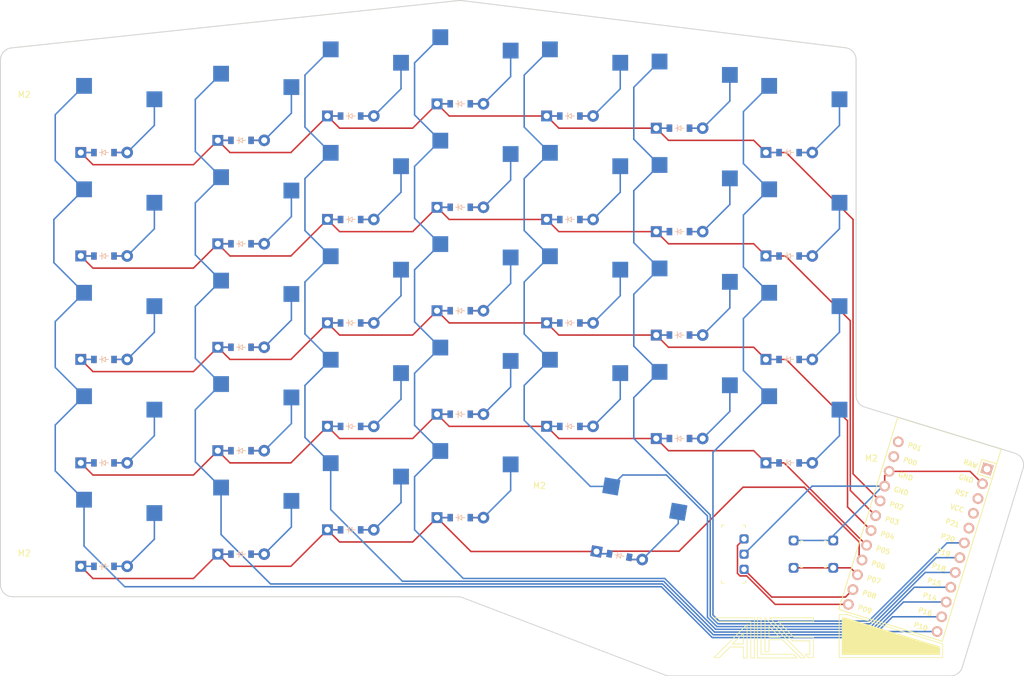
<source format=kicad_pcb>
(kicad_pcb (version 20241229) (generator "pcbnew") (generator_version "9.0")
  (title_block (title "atlasleft") (rev "v1.0.0") (company "Unknown"))
  (layers (0 "F.Cu" signal) (2 "B.Cu" signal) (13 "F.Paste" user) (15 "B.Paste" user) (5 "F.SilkS" user "F.Silkscreen") (7 "B.SilkS" user "B.Silkscreen") (1 "F.Mask" user) (3 "B.Mask" user) (25 "Edge.Cuts" user))
  (net 0 "")
  (net 1 "P10")
  (net 2 "outer_mod")
  (net 3 "outer_bottom")
  (net 4 "outer_home")
  (net 5 "outer_top")
  (net 6 "outer_numbers")
  (net 7 "P16")
  (net 8 "pinky_mod")
  (net 9 "pinky_bottom")
  (net 10 "pinky_home")
  (net 11 "pinky_top")
  (net 12 "pinky_numbers")
  (net 13 "P14")
  (net 14 "ring_mod")
  (net 15 "ring_bottom")
  (net 16 "ring_home")
  (net 17 "ring_top")
  (net 18 "ring_numbers")
  (net 19 "P15")
  (net 20 "middle_mod")
  (net 21 "middle_bottom")
  (net 22 "middle_home")
  (net 23 "middle_top")
  (net 24 "middle_numbers")
  (net 25 "P18")
  (net 26 "index_bottom")
  (net 27 "index_home")
  (net 28 "index_top")
  (net 29 "index_numbers")
  (net 30 "P19")
  (net 31 "inner_bottom")
  (net 32 "inner_home")
  (net 33 "inner_top")
  (net 34 "inner_numbers")
  (net 35 "P20")
  (net 36 "inner2_bottom")
  (net 37 "inner2_home")
  (net 38 "inner2_top")
  (net 39 "inner2_numbers")
  (net 40 "default_default")
  (net 41 "P6")
  (net 42 "P5")
  (net 43 "P4")
  (net 44 "P3")
  (net 45 "P2")
  (net 46 "RAW")
  (net 47 "GND")
  (net 48 "RST")
  (net 49 "VCC")
  (net 50 "P21")
  (net 51 "P1")
  (net 52 "P0")
  (net 53 "P7")
  (net 54 "P8")
  (net 55 "P9")
  (footprint "MountingHole:MountingHole_2.2mm_M2" (layer "F.Cu") (at 146.5 138.3)
    (property "Reference" "M2")
    (property "Value" "MountingHole_2.2mm_M2" (hide yes))
  )
  (footprint "PG1350" (layer "F.Cu") (at 187.5 116)
    (property "Reference" "S30" (hide yes))
    (property "Value" "" (hide yes))
  )
  (footprint "PG1350" (layer "F.Cu") (at 115.5 127)
    (property "Reference" "S12" (hide yes))
    (property "Value" "" (hide yes))
  )
  (footprint "MountingHole:MountingHole_2.2mm_M2" (layer "F.Cu") (at 61.9 156)
    (property "Reference" "M2")
    (property "Value" "MountingHole_2.2mm_M2" (hide yes))
  )
  (footprint "ComboDiode" (layer "F.Cu") (at 133.5 147)
    (property "Reference" "D16" (hide yes))
    (property "Value" "" (hide yes))
  )
  (footprint "THQWGD001:THQWGD001C [4pin] #1" (layer "F.Cu") (at 185 153)
    (property "Reference" "REF**" (hide yes))
    (property "Value" "THQWGD001 with Click #1" (hide yes))
  )
  (footprint "ComboDiode" (layer "F.Cu") (at 115.5 132)
    (property "Reference" "D12" (hide yes))
    (property "Value" "" (hide yes))
  )
  (footprint "PG1350" (layer "F.Cu") (at 151.5 93)
    (property "Reference" "S23" (hide yes))
    (property "Value" "" (hide yes))
  )
  (footprint "PG1350" (layer "F.Cu") (at 115.5 144)
    (property "Reference" "S11" (hide yes))
    (property "Value" "" (hide yes))
  )
  (footprint "ComboDiode" (layer "F.Cu") (at 169.5 83)
    (property "Reference" "D28" (hide yes))
    (property "Value" "" (hide yes))
  )
  (footprint "PG1350" (layer "F.Cu") (at 115.5 110)
    (property "Reference" "S13" (hide yes))
    (property "Value" "" (hide yes))
  )
  (footprint "ComboDiode" (layer "F.Cu") (at 187.5 121)
    (property "Reference" "D30" (hide yes))
    (property "Value" "" (hide yes))
  )
  (footprint "PG1350" (layer "F.Cu") (at 97.5 80)
    (property "Reference" "S10" (hide yes))
    (property "Value" "" (hide yes))
  )
  (footprint "MountingHole:MountingHole_2.2mm_M2" (layer "F.Cu") (at 61.9 74)
    (property "Reference" "M2")
    (property "Value" "MountingHole_2.2mm_M2" (hide yes))
  )
  (footprint "ComboDiode" (layer "F.Cu") (at 133.5 113)
    (property "Reference" "D18" (hide yes))
    (property "Value" "" (hide yes))
  )
  (footprint "PG1350" (layer "F.Cu") (at 75 150)
    (property "Reference" "S1" (hide yes))
    (property "Value" "" (hide yes))
  )
  (footprint "PG1350" (layer "F.Cu") (at 75 133)
    (property "Reference" "S2" (hide yes))
    (property "Value" "" (hide yes))
  )
  (footprint "ComboDiode" (layer "F.Cu") (at 97.5 136)
    (property "Reference" "D7" (hide yes))
    (property "Value" "" (hide yes))
  )
  (footprint "PG1350" (layer "F.Cu") (at 75 82)
    (property "Reference" "S5" (hide yes))
    (property "Value" "" (hide yes))
  )
  (footprint "ComboDiode" (layer "F.Cu") (at 75 87)
    (property "Reference" "D5" (hide yes))
    (property "Value" "" (hide yes))
  )
  (footprint "ComboDiode" (layer "F.Cu") (at 97.5 85)
    (property "Reference" "D10" (hide yes))
    (property "Value" "" (hide yes))
  )
  (footprint "ProMicro" (layer "F.Cu") (at 208.618815 150.130572 -107.05)
    (property "Reference" "MCU1" (hide yes))
    (property "Value" "" (hide yes))
  )
  (footprint "ComboDiode" (layer "F.Cu") (at 115.5 98)
    (property "Reference" "D14" (hide yes))
    (property "Value" "" (hide yes))
  )
  (footprint "ComboDiode" (layer "F.Cu") (at 75 104)
    (property "Reference" "D4" (hide yes))
    (property "Value" "" (hide yes))
  )
  (footprint "ComboDiode" (layer "F.Cu") (at 187.5 87)
    (property "Reference" "D32" (hide yes))
    (property "Value" "" (hide yes))
  )
  (footprint "ComboDiode" (layer "F.Cu") (at 169.5 134)
    (property "Reference" "D25" (hide yes))
    (property "Value" "" (hide yes))
  )
  (footprint "PG1350" (layer "F.Cu") (at 115.5 76)
    (property "Reference" "S15" (hide yes))
    (property "Value" "" (hide yes))
  )
  (footprint "PG1350" (layer "F.Cu") (at 97.5 97)
    (property "Reference" "S9" (hide yes))
    (property "Value" "" (hide yes))
  )
  (footprint "ComboDiode" (layer "F.Cu") (at 151.5 132)
    (property "Reference" "D21" (hide yes))
    (property "Value" "" (hide yes))
  )
  (footprint "PG1350" (layer "F.Cu") (at 75 99)
    (property "Reference" "S4" (hide yes))
    (property "Value" "" (hide yes))
  )
  (footprint "ComboDiode" (layer "F.Cu") (at 115.5 149)
    (property "Reference" "D11" (hide yes))
    (property "Value" "" (hide yes))
  )
  (footprint "PG1350" (layer "F.Cu") (at 115.5 93)
    (property "Reference" "S14" (hide yes))
    (property "Value" "" (hide yes))
  )
  (footprint "ComboDiode" (layer "F.Cu") (at 75 138)
    (property "Reference" "D2" (hide yes))
    (property "Value" "" (hide yes))
  )
  (footprint "ComboDiode" (layer "F.Cu") (at 97.5 102)
    (property "Reference" "D9" (hide yes))
    (property "Value" "" (hide yes))
  )
  (footprint "PG1350" (layer "F.Cu") (at 187.5 99)
    (property "Reference" "S31" (hide yes))
    (property "Value" "" (hide yes))
  )
  (footprint "ComboDiode" (layer "F.Cu") (at 187.5 104)
    (property "Reference" "D31" (hide yes))
    (property "Value" "" (hide yes))
  )
  (footprint "PG1350" (layer "F.Cu") (at 75 116)
    (property "Reference" "S3" (hide yes))
    (property "Value" "" (hide yes))
  )
  (footprint "PG1350" (layer "F.Cu") (at 187.5 133)
    (property "Reference" "S29" (hide yes))
    (property "Value" "" (hide yes))
  )
  (footprint "ComboDiode" (layer "F.Cu") (at 133.5 79)
    (property "Reference" "D20" (hide yes))
    (property "Value" "" (hide yes))
  )
  (footprint "ComboDiode" (layer "F.Cu") (at 151.5 115)
    (property "Reference" "D22" (hide yes))
    (property "Value" "" (hide yes))
  )
  (footprint "PG1350" (layer "F.Cu") (at 169.5 95)
    (property "Reference" "S27" (hide yes))
    (property "Value" "" (hide yes))
  )
  (footprint "PG1350" (layer "F.Cu") (at 169.5 78)
    (property "Reference" "S28" (hide yes))
    (property "Value" "" (hide yes))
  )
  (footprint "ComboDiode" (layer "F.Cu") (at 115.5 115)
    (property "Reference" "D13" (hide yes))
    (property "Value" "" (hide yes))
  )
  (footprint "ComboDiode" (layer "F.Cu") (at 97.5 119)
    (property "Reference" "D8" (hide yes))
    (property "Value" "" (hide yes))
  )
  (footprint "PG1350" (layer "F.Cu") (at 133.5 74)
    (property "Reference" "S20" (hide yes))
    (property "Value" "" (hide yes))
  )
  (footprint "PG1350" (layer "F.Cu") (at 187.5 82)
    (property "Reference" "S32" (hide yes))
    (property "Value" "" (hide yes))
  )
  (footprint "PG1350" (layer "F.Cu") (at 97.5 148)
    (property "Reference" "S6" (hide yes))
    (property "Value" "" (hide yes))
  )
  (footprint "ComboDiode" (layer "F.Cu") (at 133.5 96)
    (property "Reference" "D19" (hide yes))
    (property "Value" "" (hide yes))
  )
  (footprint "PG1350" (layer "F.Cu") (at 97.5 114)
    (property "Reference" "S8" (hide yes))
    (property "Value" "" (hide yes))
  )
  (footprint "PG1350" (layer "F.Cu") (at 133.5 142)
    (property "Reference" "S16" (hide yes))
    (property "Value" "" (hide yes))
  )
  (footprint "ComboDiode" (layer "F.Cu") (at 169.5 100)
    (property "Reference" "D27" (hide yes))
    (property "Value" "" (hide yes))
  )
  (footprint "ComboDiode" (layer "F.Cu") (at 133.5 130)
    (property "Reference" "D17" (hide yes))
    (property "Value" "" (hide yes))
  )
  (footprint "ComboDiode" (layer "F.Cu") (at 97.5 153)
    (property "Reference" "D6" (hide yes))
    (property "Value" "" (hide yes))
  )
  (footprint "PG1350" (layer "F.Cu") (at 151.5 76)
    (property "Reference" "S24" (hide yes))
    (property "Value" "" (hide yes))
  )
  (footprint "PG1350" (layer "F.Cu") (at 133.5 125)
    (property "Reference" "S17" (hide yes))
    (property "Value" "" (hide yes))
  )
  (footprint "PG1350" (layer "F.Cu") (at 169.5 129)
    (property "Reference" "S25" (hide yes))
    (property "Value" "" (hide yes))
  )
  (footprint "PG1350" (layer "F.Cu") (at 97.5 131)
    (property "Reference" "S7" (hide yes))
    (property "Value" "" (hide yes))
  )
  (footprint "ComboDiode" (layer "F.Cu") (at 151.5 98)
    (property "Reference" "D23" (hide yes))
    (property "Value" "" (hide yes))
  )
  (footprint "ComboDiode" (layer "F.Cu") (at 151.5 81)
    (property "Reference" "D24" (hide yes))
    (property "Value" "" (hide yes))
  )
  (footprint "PG1350" (layer "F.Cu") (at 151.5 127)
    (property "Reference" "S21" (hide yes))
    (property "Value" "" (hide yes))
  )
  (footprint "PG1350" (layer "F.Cu") (at 133.5 108)
    (property "Reference" "S18" (hide yes))
    (property "Value" "" (hide yes))
  )
  (footprint "ComboDiode" (layer "F.Cu") (at 187.5 138)
    (property "Reference" "D29" (hide yes))
    (property "Value" "" (hide yes))
  )
  (footprint "PG1350" (layer "F.Cu") (at 133.5 91)
    (property "Reference" "S19" (hide yes))
    (property "Value" "" (hide yes))
  )
  (footprint "PG1350" (layer "F.Cu") (at 151.5 110)
    (property "Reference" "S22" (hide yes))
    (property "Value" "" (hide yes))
  )
  (footprint "ComboDiode" (layer "F.Cu") (at 115.5 81)
    (property "Reference" "D15" (hide yes))
    (property "Value" "" (hide yes))
  )
  (footprint "PG1350" (layer "F.Cu") (at 160.5 148.3 -10)
    (property "Reference" "S33" (hide yes))
    (property "Value" "" (hide yes))
  )
  (footprint "ComboDiode" (layer "F.Cu") (at 75 155)
    (property "Reference" "D1" (hide yes))
    (property "Value" "" (hide yes))
  )
  (footprint "MountingHole:MountingHole_2.2mm_M2" (layer "F.Cu") (at 201 133.5)
    (property "Reference" "M2")
    (property "Value" "MountingHole_2.2mm_M2" (hide yes))
  )
  (footprint "ComboDiode" (layer "F.Cu") (at 75 121)
    (property "Reference" "D3" (hide yes))
    (property "Value" "" (hide yes))
  )
  (footprint "ComboDiode" (layer "F.Cu") (at 169.5 117)
    (property "Reference" "D26" (hide yes))
    (property "Value" "" (hide yes))
  )
  (footprint "PG1350" (layer "F.Cu") (at 169.5 112)
    (property "Reference" "S26" (hide yes))
    (property "Value" "" (hide yes))
  )
  (footprint "ComboDiode" (layer "F.Cu") (at 159.631759 153.224039 -10)
    (property "Reference" "D33" (hide yes))
    (property "Value" "" (hide yes))
  )
  (gr_line (start 185.7 164.0564) (end 188.3 166.6564) (stroke (width 0.12)) (layer "F.SilkS"))
  (gr_line (start 188.08 167.2564) (end 190.9 167.2564) (stroke (width 0.12)) (layer "F.SilkS"))
  (gr_line (start 190.9 169.4564) (end 190.9 167.2564) (stroke (width 0.12)) (layer "F.SilkS"))
  (gr_line (start 188.08 167.2564) (end 184.28 163.4564) (stroke (width 0.12)) (layer "F.SilkS"))
  (gr_line (start 184.28 163.4564) (end 191.5 163.4564) (stroke (width 0.12)) (layer "F.SilkS"))
  (gr_poly (pts (xy 196.226437 163.5) (xy 196.726437 163.5) (xy 212.25 168.25) (xy 212.226437 169.5) (xy 196.226437 169.5)) (stroke (width 0.12)) (fill yes) (layer "F.SilkS"))
  (gr_poly (pts (xy 175.2 163.4564) (xy 175.8 164.0564) (xy 181.2 164.0564) (xy 181.2 170.0564) (xy 181.8 170.0564) (xy 181.8 163.4564)) (stroke (width 0.12)) (fill no) (layer "F.SilkS"))
  (gr_line (start 195.726437 170) (end 195.726437 162.941706) (stroke (width 0.12)) (layer "F.SilkS"))
  (gr_line (start 188.3 166.6564) (end 191.5 166.6564) (stroke (width 0.12)) (layer "F.SilkS"))
  (gr_line (start 191.5 170) (end 190.7012 170) (stroke (width 0.12)) (layer "F.SilkS"))
  (gr_line (start 191.5 163.4564) (end 191.5 164.0564) (stroke (width 0.12)) (layer "F.SilkS"))
  (gr_poly (pts (xy 180.6 164.5564) (xy 180.6 170.0564) (xy 180 170.0564) (xy 180 168.2564) (xy 177.8 168.2564) (xy 176.0492 170.0072) (xy 175.1492 170.0072)) (stroke (width 0.12)) (fill no) (layer "F.SilkS"))
  (gr_poly (pts (xy 184.2 164.8564) (xy 184.2 166.6564) (xy 186 166.6564)) (stroke (width 0.12)) (fill no) (layer "F.SilkS"))
  (gr_line (start 190.7012 170) (end 190.1612 169.4564) (stroke (width 0.12)) (layer "F.SilkS"))
  (gr_line (start 212.726437 170) (end 195.726437 170) (stroke (width 0.12)) (layer "F.SilkS"))
  (gr_poly (pts (xy 183.5492 163.4326) (xy 183.5492 169.0564) (xy 184.2 169.0564) (xy 184.2 167.0564) (xy 186.4 167.0564) (xy 189.3762 170.0326) (xy 190.1492 170.0326)) (stroke (width 0.12)) (fill no) (layer "F.SilkS"))
  (gr_line (start 197.093472 162.942276) (end 212.726437 167.75) (stroke (width 0.12)) (layer "F.SilkS"))
  (gr_poly (pts (xy 180 165.9564) (xy 180 167.7564) (xy 178.2 167.7564)) (stroke (width 0.12)) (fill no) (layer "F.SilkS"))
  (gr_line (start 191.5 164.0564) (end 185.7 164.0564) (stroke (width 0.12)) (layer "F.SilkS"))
  (gr_line (start 212.726437 167.75) (end 212.726437 170) (stroke (width 0.12)) (layer "F.SilkS"))
  (gr_poly (pts (xy 188.8 170.0564) (xy 188.2 169.4564) (xy 182.9 169.4564) (xy 182.9 163.4564) (xy 182.3 163.4564) (xy 182.3 170.0564)) (stroke (width 0.12)) (fill no) (layer "F.SilkS"))
  (gr_line (start 197.093473 162.942276) (end 195.726437 162.941706) (stroke (width 0.12)) (layer "F.SilkS"))
  (gr_line (start 190.1612 169.4564) (end 190.9 169.4564) (stroke (width 0.12)) (layer "F.SilkS"))
  (gr_line (start 191.5 166.6564) (end 191.5 170) (stroke (width 0.12)) (layer "F.SilkS"))
  (gr_arc (start 60 160) (mid 58.585786 159.414214) (end 58 158) (stroke (width 0.15)) (layer "Edge.Cuts"))
  (gr_arc (start 58 71.799276) (mid 58.513144 70.461644) (end 59.789259 69.81041) (stroke (width 0.15)) (layer "Edge.Cuts"))
  (gr_line (start 133.130685 160) (end 60 160) (stroke (width 0.15)) (layer "Edge.Cuts"))
  (gr_line (start 59.789259 69.81041) (end 133.272254 62.024132) (stroke (width 0.15)) (layer "Edge.Cuts"))
  (gr_arc (start 215.932533 171.584437) (mid 215.209604 172.607618) (end 214.01983 173) (stroke (width 0.15)) (layer "Edge.Cuts"))
  (gr_line (start 167.15504 172.868104) (end 133.84496 160.131896) (stroke (width 0.15)) (layer "Edge.Cuts"))
  (gr_arc (start 133.272255 62.024132) (mid 133.49989 62.01307) (end 133.727306 62.027976) (stroke (width 0.15)) (layer "Edge.Cuts"))
  (gr_arc (start 133.130685 160) (mid 133.49386 160.03325) (end 133.84496 160.131896) (stroke (width 0.15)) (layer "Edge.Cuts"))
  (gr_arc (start 224.590919 136.413638) (mid 225.770133 137.387547) (end 225.916411 138.909929) (stroke (width 0.15)) (layer "Edge.Cuts"))
  (gr_line (start 133.727306 62.027976) (end 196.74431 69.783915) (stroke (width 0.15)) (layer "Edge.Cuts"))
  (gr_line (start 58 158) (end 58 71.799276) (stroke (width 0.15)) (layer "Edge.Cuts"))
  (gr_arc (start 199.912788 128.833928) (mid 198.891519 128.110683) (end 198.5 126.922075) (stroke (width 0.15)) (layer "Edge.Cuts"))
  (gr_line (start 214.01983 173) (end 167.869315 173) (stroke (width 0.15)) (layer "Edge.Cuts"))
  (gr_line (start 199.912788 128.833928) (end 224.590919 136.413639) (stroke (width 0.15)) (layer "Edge.Cuts"))
  (gr_line (start 225.91641 138.909929) (end 215.932533 171.584437) (stroke (width 0.15)) (layer "Edge.Cuts"))
  (gr_arc (start 196.74431 69.783915) (mid 197.998102 70.443913) (end 198.5 71.768937) (stroke (width 0.15)) (layer "Edge.Cuts"))
  (gr_line (start 198.5 71.768937) (end 198.5 126.922075) (stroke (width 0.15)) (layer "Edge.Cuts"))
  (gr_arc (start 167.869315 173) (mid 167.50614 172.96675) (end 167.15504 172.868104) (stroke (width 0.15)) (layer "Edge.Cuts"))
  (segment (start 174.87914 166.706) (end 201.710644 166.706) (width 0.25) (layer "B.Cu") (net 1))
  (segment (start 67 131.775) (end 67 139.325) (width 0.25) (layer "B.Cu") (net 1))
  (segment (start 71.725 110.05) (end 67 114.775) (width 0.25) (layer "B.Cu") (net 1))
  (segment (start 66.775 98) (end 66.775 105.1) (width 0.25) (layer "B.Cu") (net 1))
  (segment (start 71.725 76.05) (end 67 80.775) (width 0.25) (layer "B.Cu") (net 1))
  (segment (start 67 114.775) (end 67 122.325) (width 0.25) (layer "B.Cu") (net 1))
  (segment (start 66.775 105.1) (end 71.725 110.05) (width 0.25) (layer "B.Cu") (net 1))
  (segment (start 201.710644 166.706) (end 202.695834 165.72081) (width 0.25) (layer "B.Cu") (net 1))
  (segment (start 67 122.325) (end 71.725 127.05) (width 0.25) (layer "B.Cu") (net 1))
  (segment (start 202.695834 165.72081) (end 211.80782 165.72081) (width 0.25) (layer "B.Cu") (net 1))
  (segment (start 67 139.325) (end 71.725 144.05) (width 0.25) (layer "B.Cu") (net 1))
  (segment (start 78.405 158.353) (end 166.52614 158.353) (width 0.25) (layer "B.Cu") (net 1))
  (segment (start 71.725 151.673) (end 78.405 158.353) (width 0.25) (layer "B.Cu") (net 1))
  (segment (start 71.725 127.05) (end 67 131.775) (width 0.25) (layer "B.Cu") (net 1))
  (segment (start 67 80.775) (end 67 88.325) (width 0.25) (layer "B.Cu") (net 1))
  (segment (start 166.52614 158.353) (end 174.87914 166.706) (width 0.25) (layer "B.Cu") (net 1))
  (segment (start 71.725 144.05) (end 71.725 151.673) (width 0.25) (layer "B.Cu") (net 1))
  (segment (start 67 88.325) (end 71.725 93.05) (width 0.25) (layer "B.Cu") (net 1))
  (segment (start 71.725 93.05) (end 66.775 98) (width 0.25) (layer "B.Cu") (net 1))
  (segment (start 78.81 155) (end 76.65 155) (width 0.25) (layer "F.Cu") (net 2))
  (segment (start 83.275 150.535) (end 83.275 146.25) (width 0.25) (layer "B.Cu") (net 2))
  (segment (start 76.65 155) (end 78.81 155) (width 0.25) (layer "B.Cu") (net 2))
  (segment (start 78.81 155) (end 83.275 150.535) (width 0.25) (layer "B.Cu") (net 2))
  (segment (start 78.81 138) (end 76.65 138) (width 0.25) (layer "F.Cu") (net 3))
  (segment (start 78.81 138) (end 83.275 133.535) (width 0.25) (layer "B.Cu") (net 3))
  (segment (start 76.65 138) (end 78.81 138) (width 0.25) (layer "B.Cu") (net 3))
  (segment (start 83.275 133.535) (end 83.275 129.25) (width 0.25) (layer "B.Cu") (net 3))
  (segment (start 78.81 121) (end 76.65 121) (width 0.25) (layer "F.Cu") (net 4))
  (segment (start 83.275 116.535) (end 83.275 112.25) (width 0.25) (layer "B.Cu") (net 4))
  (segment (start 76.65 121) (end 78.81 121) (width 0.25) (layer "B.Cu") (net 4))
  (segment (start 78.81 121) (end 83.275 116.535) (width 0.25) (layer "B.Cu") (net 4))
  (segment (start 78.81 104) (end 76.65 104) (width 0.25) (layer "F.Cu") (net 5))
  (segment (start 76.65 104) (end 78.81 104) (width 0.25) (layer "B.Cu") (net 5))
  (segment (start 78.81 104) (end 83.275 99.535) (width 0.25) (layer "B.Cu") (net 5))
  (segment (start 83.275 99.535) (end 83.275 95.25) (width 0.25) (layer "B.Cu") (net 5))
  (segment (start 78.81 87) (end 76.65 87) (width 0.25) (layer "F.Cu") (net 6))
  (segment (start 78.81 87) (end 83.275 82.535) (width 0.25) (layer "B.Cu") (net 6))
  (segment (start 83.275 82.535) (end 83.275 78.25) (width 0.25) (layer "B.Cu") (net 6))
  (segment (start 76.65 87) (end 78.81 87) (width 0.25) (layer "B.Cu") (net 6))
  (segment (start 94.225 125.05) (end 90 129.275) (width 0.25) (layer "B.Cu") (net 7))
  (segment (start 94.225 149.777) (end 102.35 157.902) (width 0.25) (layer "B.Cu") (net 7))
  (segment (start 94.225 142.05) (end 94.225 149.777) (width 0.25) (layer "B.Cu") (net 7))
  (segment (start 90 129.275) (end 90 137.825) (width 0.25) (layer "B.Cu") (net 7))
  (segment (start 166.71295 157.902) (end 175.06595 166.255) (width 0.25) (layer "B.Cu") (net 7))
  (segment (start 90 137.825) (end 94.225 142.05) (width 0.25) (layer "B.Cu") (net 7))
  (segment (start 90 103.825) (end 94.225 108.05) (width 0.25) (layer "B.Cu") (net 7))
  (segment (start 90 86.825) (end 94.225 91.05) (width 0.25) (layer "B.Cu") (net 7))
  (segment (start 90 112.275) (end 90 120.825) (width 0.25) (layer "B.Cu") (net 7))
  (segment (start 175.06595 166.255) (end 201.523834 166.255) (width 0.25) (layer "B.Cu") (net 7))
  (segment (start 204.48639 163.292444) (end 212.552564 163.292444) (width 0.25) (layer "B.Cu") (net 7))
  (segment (start 94.225 91.05) (end 90 95.275) (width 0.25) (layer "B.Cu") (net 7))
  (segment (start 94.225 74.05) (end 90 78.275) (width 0.25) (layer "B.Cu") (net 7))
  (segment (start 90 95.275) (end 90 103.825) (width 0.25) (layer "B.Cu") (net 7))
  (segment (start 90 120.825) (end 94.225 125.05) (width 0.25) (layer "B.Cu") (net 7))
  (segment (start 94.225 108.05) (end 90 112.275) (width 0.25) (layer "B.Cu") (net 7))
  (segment (start 201.523834 166.255) (end 204.48639 163.292444) (width 0.25) (layer "B.Cu") (net 7))
  (segment (start 90 78.275) (end 90 86.825) (width 0.25) (layer "B.Cu") (net 7))
  (segment (start 102.35 157.902) (end 166.71295 157.902) (width 0.25) (layer "B.Cu") (net 7))
  (segment (start 101.31 153) (end 99.15 153) (width 0.25) (layer "F.Cu") (net 8))
  (segment (start 101.31 153) (end 105.775 148.535) (width 0.25) (layer "B.Cu") (net 8))
  (segment (start 99.15 153) (end 101.31 153) (width 0.25) (layer "B.Cu") (net 8))
  (segment (start 105.775 148.535) (end 105.775 144.25) (width 0.25) (layer "B.Cu") (net 8))
  (segment (start 101.31 136) (end 99.15 136) (width 0.25) (layer "F.Cu") (net 9))
  (segment (start 105.775 131.535) (end 105.775 127.25) (width 0.25) (layer "B.Cu") (net 9))
  (segment (start 99.15 136) (end 101.31 136) (width 0.25) (layer "B.Cu") (net 9))
  (segment (start 101.31 136) (end 105.775 131.535) (width 0.25) (layer "B.Cu") (net 9))
  (segment (start 101.31 119) (end 99.15 119) (width 0.25) (layer "F.Cu") (net 10))
  (segment (start 105.775 114.535) (end 105.775 110.25) (width 0.25) (layer "B.Cu") (net 10))
  (segment (start 101.31 119) (end 105.775 114.535) (width 0.25) (layer "B.Cu") (net 10))
  (segment (start 99.15 119) (end 101.31 119) (width 0.25) (layer "B.Cu") (net 10))
  (segment (start 101.31 102) (end 99.15 102) (width 0.25) (layer "F.Cu") (net 11))
  (segment (start 105.775 97.535) (end 105.775 93.25) (width 0.25) (layer "B.Cu") (net 11))
  (segment (start 99.15 102) (end 101.31 102) (width 0.25) (layer "B.Cu") (net 11))
  (segment (start 101.31 102) (end 105.775 97.535) (width 0.25) (layer "B.Cu") (net 11))
  (segment (start 101.31 85) (end 99.15 85) (width 0.25) (layer "F.Cu") (net 12))
  (segment (start 101.31 85) (end 105.775 80.535) (width 0.25) (layer "B.Cu") (net 12))
  (segment (start 99.15 85) (end 101.31 85) (width 0.25) (layer "B.Cu") (net 12))
  (segment (start 105.775 80.535) (end 105.775 76.25) (width 0.25) (layer "B.Cu") (net 12))
  (segment (start 108 133.825) (end 112.225 138.05) (width 0.25) (layer "B.Cu") (net 13))
  (segment (start 108 82.825) (end 112.225 87.05) (width 0.25) (layer "B.Cu") (net 13))
  (segment (start 108 108.275) (end 108 116.825) (width 0.25) (layer "B.Cu") (net 13))
  (segment (start 112.225 121.05) (end 108 125.275) (width 0.25) (layer "B.Cu") (net 13))
  (segment (start 112.225 87.05) (end 108 91.275) (width 0.25) (layer "B.Cu") (net 13))
  (segment (start 166.89976 157.451) (end 175.25276 165.804) (width 0.25) (layer "B.Cu") (net 13))
  (segment (start 108 99.825) (end 112.225 104.05) (width 0.25) (layer "B.Cu") (net 13))
  (segment (start 112.225 70.05) (end 108 74.275) (width 0.25) (layer "B.Cu") (net 13))
  (segment (start 206.276943 160.864081) (end 213.297308 160.864081) (width 0.25) (layer "B.Cu") (net 13))
  (segment (start 124.003 157.451) (end 166.89976 157.451) (width 0.25) (layer "B.Cu") (net 13))
  (segment (start 112.225 145.673) (end 124.003 157.451) (width 0.25) (layer "B.Cu") (net 13))
  (segment (start 201.337024 165.804) (end 206.276943 160.864081) (width 0.25) (layer "B.Cu") (net 13))
  (segment (start 112.225 138.05) (end 112.225 145.673) (width 0.25) (layer "B.Cu") (net 13))
  (segment (start 108 74.275) (end 108 82.825) (width 0.25) (layer "B.Cu") (net 13))
  (segment (start 108 91.275) (end 108 99.825) (width 0.25) (layer "B.Cu") (net 13))
  (segment (start 108 116.825) (end 112.225 121.05) (width 0.25) (layer "B.Cu") (net 13))
  (segment (start 108 125.275) (end 108 133.825) (width 0.25) (layer "B.Cu") (net 13))
  (segment (start 175.25276 165.804) (end 201.337024 165.804) (width 0.25) (layer "B.Cu") (net 13))
  (segment (start 112.225 104.05) (end 108 108.275) (width 0.25) (layer "B.Cu") (net 13))
  (segment (start 119.31 149) (end 117.15 149) (width 0.25) (layer "F.Cu") (net 14))
  (segment (start 119.31 149) (end 123.775 144.535) (width 0.25) (layer "B.Cu") (net 14))
  (segment (start 123.775 144.535) (end 123.775 140.25) (width 0.25) (layer "B.Cu") (net 14))
  (segment (start 117.15 149) (end 119.31 149) (width 0.25) (layer "B.Cu") (net 14))
  (segment (start 119.31 132) (end 117.15 132) (width 0.25) (layer "F.Cu") (net 15))
  (segment (start 119.31 132) (end 123.775 127.535) (width 0.25) (layer "B.Cu") (net 15))
  (segment (start 117.15 132) (end 119.31 132) (width 0.25) (layer "B.Cu") (net 15))
  (segment (start 123.775 127.535) (end 123.775 123.25) (width 0.25) (layer "B.Cu") (net 15))
  (segment (start 119.31 115) (end 117.15 115) (width 0.25) (layer "F.Cu") (net 16))
  (segment (start 119.31 115) (end 123.775 110.535) (width 0.25) (layer "B.Cu") (net 16))
  (segment (start 123.775 110.535) (end 123.775 106.25) (width 0.25) (layer "B.Cu") (net 16))
  (segment (start 117.15 115) (end 119.31 115) (width 0.25) (layer "B.Cu") (net 16))
  (segment (start 119.31 98) (end 117.15 98) (width 0.25) (layer "F.Cu") (net 17))
  (segment (start 123.775 93.535) (end 123.775 89.25) (width 0.25) (layer "B.Cu") (net 17))
  (segment (start 119.31 98) (end 123.775 93.535) (width 0.25) (layer "B.Cu") (net 17))
  (segment (start 117.15 98) (end 119.31 98) (width 0.25) (layer "B.Cu") (net 17))
  (segment (start 119.31 81) (end 117.15 81) (width 0.25) (layer "F.Cu") (net 18))
  (segment (start 119.31 81) (end 123.775 76.535) (width 0.25) (layer "B.Cu") (net 18))
  (segment (start 123.775 76.535) (end 123.775 72.25) (width 0.25) (layer "B.Cu") (net 18))
  (segment (start 117.15 81) (end 119.31 81) (width 0.25) (layer "B.Cu") (net 18))
  (segment (start 130.225 85.05) (end 126 89.275) (width 0.25) (layer "B.Cu") (net 19))
  (segment (start 201.150214 165.353) (end 208.067499 158.435715) (width 0.25) (layer "B.Cu") (net 19))
  (segment (start 126 114.825) (end 130.225 119.05) (width 0.25) (layer "B.Cu") (net 19))
  (segment (start 208.067499 158.435715) (end 214.042053 158.435715) (width 0.25) (layer "B.Cu") (net 19))
  (segment (start 126 89.275) (end 126 97.825) (width 0.25) (layer "B.Cu") (net 19))
  (segment (start 175.43957 165.353) (end 201.150214 165.353) (width 0.25) (layer "B.Cu") (net 19))
  (segment (start 126 72.275) (end 126 80.825) (width 0.25) (layer "B.Cu") (net 19))
  (segment (start 126 106.275) (end 126 114.825) (width 0.25) (layer "B.Cu") (net 19))
  (segment (start 167.08657 157) (end 175.43957 165.353) (width 0.25) (layer "B.Cu") (net 19))
  (segment (start 130.225 102.05) (end 126 106.275) (width 0.25) (layer "B.Cu") (net 19))
  (segment (start 126 97.825) (end 130.225 102.05) (width 0.25) (layer "B.Cu") (net 19))
  (segment (start 126 149) (end 134 157) (width 0.25) (layer "B.Cu") (net 19))
  (segment (start 130.225 68.05) (end 126 72.275) (width 0.25) (layer "B.Cu") (net 19))
  (segment (start 126 140.275) (end 126 149) (width 0.25) (layer "B.Cu") (net 19))
  (segment (start 130.225 119.05) (end 126 123.275) (width 0.25) (layer "B.Cu") (net 19))
  (segment (start 134 157) (end 167.08657 157) (width 0.25) (layer "B.Cu") (net 19))
  (segment (start 126 80.825) (end 130.225 85.05) (width 0.25) (layer "B.Cu") (net 19))
  (segment (start 126 131.825) (end 130.225 136.05) (width 0.25) (layer "B.Cu") (net 19))
  (segment (start 130.225 136.05) (end 126 140.275) (width 0.25) (layer "B.Cu") (net 19))
  (segment (start 126 123.275) (end 126 131.825) (width 0.25) (layer "B.Cu") (net 19))
  (segment (start 135.15 147) (end 137.31 147) (width 0.25) (layer "F.Cu") (net 20))
  (segment (start 135.15 147) (end 137.31 147) (width 0.25) (layer "B.Cu") (net 20))
  (segment (start 141.775 138.25) (end 141.775 142.535) (width 0.25) (layer "B.Cu") (net 20))
  (segment (start 141.775 142.535) (end 137.31 147) (width 0.25) (layer "B.Cu") (net 20))
  (segment (start 137.31 130) (end 135.15 130) (width 0.25) (layer "F.Cu") (net 21))
  (segment (start 135.15 130) (end 137.31 130) (width 0.25) (layer "B.Cu") (net 21))
  (segment (start 137.31 130) (end 141.775 125.535) (width 0.25) (layer "B.Cu") (net 21))
  (segment (start 141.775 125.535) (end 141.775 121.25) (width 0.25) (layer "B.Cu") (net 21))
  (segment (start 137.31 113) (end 135.15 113) (width 0.25) (layer "F.Cu") (net 22))
  (segment (start 137.31 113) (end 141.775 108.535) (width 0.25) (layer "B.Cu") (net 22))
  (segment (start 141.775 108.535) (end 141.775 104.25) (width 0.25) (layer "B.Cu") (net 22))
  (segment (start 135.15 113) (end 137.31 113) (width 0.25) (layer "B.Cu") (net 22))
  (segment (start 137.31 96) (end 135.15 96) (width 0.25) (layer "F.Cu") (net 23))
  (segment (start 135.15 96) (end 137.31 96) (width 0.25) (layer "B.Cu") (net 23))
  (segment (start 141.775 91.535) (end 137.31 96) (width 0.25) (layer "B.Cu") (net 23))
  (segment (start 141.775 87.25) (end 141.775 91.535) (width 0.25) (layer "B.Cu") (net 23))
  (segment (start 137.31 79) (end 135.15 79) (width 0.25) (layer "F.Cu") (net 24))
  (segment (start 141.775 74.535) (end 141.775 70.25) (width 0.25) (layer "B.Cu") (net 24))
  (segment (start 137.31 79) (end 141.775 74.535) (width 0.25) (layer "B.Cu") (net 24))
  (segment (start 135.15 79) (end 137.31 79) (width 0.25) (layer "B.Cu") (net 24))
  (segment (start 144 99.825) (end 148.225 104.05) (width 0.25) (layer "B.Cu") (net 25))
  (segment (start 148.225 70.05) (end 144 74.275) (width 0.25) (layer "B.Cu") (net 25))
  (segment (start 148.225 121.05) (end 144 125.275) (width 0.25) (layer "B.Cu") (net 25))
  (segment (start 144 116.825) (end 148.225 121.05) (width 0.25) (layer "B.Cu") (net 25))
  (segment (start 209.858052 156.007352) (end 214.786795 156.007352) (width 0.25) (layer "B.Cu") (net 25))
  (segment (start 160.179657 140) (end 167.36219 140) (width 0.25) (layer "B.Cu") (net 25))
  (segment (start 144 91.275) (end 144 99.825) (width 0.25) (layer "B.Cu") (net 25))
  (segment (start 144 108.275) (end 144 116.825) (width 0.25) (layer "B.Cu") (net 25))
  (segment (start 144 131) (end 154.871696 141.871696) (width 0.25) (layer "B.Cu") (net 25))
  (segment (start 167.36219 140) (end 174.098 146.73581) (width 0.25) (layer "B.Cu") (net 25))
  (segment (start 158.307961 141.871696) (end 160.179657 140) (width 0.25) (layer "B.Cu") (net 25))
  (segment (start 175.62638 164.902) (end 200.963404 164.902) (width 0.25) (layer "B.Cu") (net 25))
  (segment (start 174.098 163.37362) (end 175.62638 164.902) (width 0.25) (layer "B.Cu") (net 25))
  (segment (start 144 74.275) (end 144 82.825) (width 0.25) (layer "B.Cu") (net 25))
  (segment (start 200.963404 164.902) (end 209.858052 156.007352) (width 0.25) (layer "B.Cu") (net 25))
  (segment (start 174.098 146.73581) (end 174.098 163.37362) (width 0.25) (layer "B.Cu") (net 25))
  (segment (start 144 82.825) (end 148.225 87.05) (width 0.25) (layer "B.Cu") (net 25))
  (segment (start 148.225 104.05) (end 144 108.275) (width 0.25) (layer "B.Cu") (net 25))
  (segment (start 144 125.275) (end 144 131) (width 0.25) (layer "B.Cu") (net 25))
  (segment (start 154.871696 141.871696) (end 158.307961 141.871696) (width 0.25) (layer "B.Cu") (net 25))
  (segment (start 148.225 87.05) (end 144 91.275) (width 0.25) (layer "B.Cu") (net 25))
  (segment (start 155.31 132) (end 153.15 132) (width 0.25) (layer "F.Cu") (net 26))
  (segment (start 155.31 132) (end 159.775 127.535) (width 0.25) (layer "B.Cu") (net 26))
  (segment (start 153.15 132) (end 155.31 132) (width 0.25) (layer "B.Cu") (net 26))
  (segment (start 159.775 127.535) (end 159.775 123.25) (width 0.25) (layer "B.Cu") (net 26))
  (segment (start 155.31 115) (end 153.15 115) (width 0.25) (layer "F.Cu") (net 27))
  (segment (start 155.31 115) (end 159.775 110.535) (width 0.25) (layer "B.Cu") (net 27))
  (segment (start 159.775 110.535) (end 159.775 106.25) (width 0.25) (layer "B.Cu") (net 27))
  (segment (start 153.15 115) (end 155.31 115) (width 0.25) (layer "B.Cu") (net 27))
  (segment (start 155.31 98) (end 153.15 98) (width 0.25) (layer "F.Cu") (net 28))
  (segment (start 153.15 98) (end 155.31 98) (width 0.25) (layer "B.Cu") (net 28))
  (segment (start 159.775 93.535) (end 155.31 98) (width 0.25) (layer "B.Cu") (net 28))
  (segment (start 159.775 89.25) (end 159.775 93.535) (width 0.25) (layer "B.Cu") (net 28))
  (segment (start 155.31 81) (end 153.15 81) (width 0.25) (layer "F.Cu") (net 29))
  (segment (start 155.31 81) (end 159.775 76.535) (width 0.25) (layer "B.Cu") (net 29))
  (segment (start 153.15 81) (end 155.31 81) (width 0.25) (layer "B.Cu") (net 29))
  (segment (start 159.775 76.535) (end 159.775 72.25) (width 0.25) (layer "B.Cu") (net 29))
  (segment (start 162 101.825) (end 166.225 106.05) (width 0.25) (layer "B.Cu") (net 30))
  (segment (start 166.225 72.05) (end 162 76.275) (width 0.25) (layer "B.Cu") (net 30))
  (segment (start 166.225 89.05) (end 162 93.275) (width 0.25) (layer "B.Cu") (net 30))
  (segment (start 166.225 106.05) (end 162 110.275) (width 0.25) (layer "B.Cu") (net 30))
  (segment (start 162 76.275) (end 162 84.825) (width 0.25) (layer "B.Cu") (net 30))
  (segment (start 200.776594 164.451) (end 211.648608 153.578986) (width 0.25) (layer "B.Cu") (net 30))
  (segment (start 162 134) (end 174.549 146.549) (width 0.25) (layer "B.Cu") (net 30))
  (segment (start 162 118.825) (end 166.225 123.05) (width 0.25) (layer "B.Cu") (net 30))
  (segment (start 162 84.825) (end 166.225 89.05) (width 0.25) (layer "B.Cu") (net 30))
  (segment (start 162 93.275) (end 162 101.825) (width 0.25) (layer "B.Cu") (net 30))
  (segment (start 174.549 163.18681) (end 175.81319 164.451) (width 0.25) (layer "B.Cu") (net 30))
  (segment (start 174.549 146.549) (end 174.549 163.18681) (width 0.25) (layer "B.Cu") (net 30))
  (segment (start 162 127.275) (end 162 134) (width 0.25) (layer "B.Cu") (net 30))
  (segment (start 166.225 123.05) (end 162 127.275) (width 0.25) (layer "B.Cu") (net 30))
  (segment (start 162 110.275) (end 162 118.825) (width 0.25) (layer "B.Cu") (net 30))
  (segment (start 175.81319 164.451) (end 200.776594 164.451) (width 0.25) (layer "B.Cu") (net 30))
  (segment (start 211.648608 153.578986) (end 215.531539 153.578986) (width 0.25) (layer "B.Cu") (net 30))
  (segment (start 173.31 134) (end 171.15 134) (width 0.25) (layer "F.Cu") (net 31))
  (segment (start 171.15 134) (end 173.31 134) (width 0.25) (layer "B.Cu") (net 31))
  (segment (start 173.31 134) (end 177.775 129.535) (width 0.25) (layer "B.Cu") (net 31))
  (segment (start 177.775 129.535) (end 177.775 125.25) (width 0.25) (layer "B.Cu") (net 31))
  (segment (start 173.31 117) (end 171.15 117) (width 0.25) (layer "F.Cu") (net 32))
  (segment (start 171.15 117) (end 173.31 117) (width 0.25) (layer "B.Cu") (net 32))
  (segment (start 177.775 112.535) (end 177.775 108.25) (width 0.25) (layer "B.Cu") (net 32))
  (segment (start 173.31 117) (end 177.775 112.535) (width 0.25) (layer "B.Cu") (net 32))
  (segment (start 173.31 100) (end 171.15 100) (width 0.25) (layer "F.Cu") (net 33))
  (segment (start 177.775 95.535) (end 177.775 91.25) (width 0.25) (layer "B.Cu") (net 33))
  (segment (start 171.15 100) (end 173.31 100) (width 0.25) (layer "B.Cu") (net 33))
  (segment (start 173.31 100) (end 177.775 95.535) (width 0.25) (layer "B.Cu") (net 33))
  (segment (start 173.31 83) (end 171.15 83) (width 0.25) (layer "F.Cu") (net 34))
  (segment (start 173.31 83) (end 177.775 78.535) (width 0.25) (layer "B.Cu") (net 34))
  (segment (start 171.15 83) (end 173.31 83) (width 0.25) (layer "B.Cu") (net 34))
  (segment (start 177.775 78.535) (end 177.775 74.25) (width 0.25) (layer "B.Cu") (net 34))
  (segment (start 180 88.825) (end 184.225 93.05) (width 0.25) (layer "B.Cu") (net 35))
  (segment (start 184.225 93.05) (end 180 97.275) (width 0.25) (layer "B.Cu") (net 35))
  (segment (start 176 164) (end 200.589784 164) (width 0.25) (layer "B.Cu") (net 35))
  (segment (start 200.589784 164) (end 213.439163 151.150621) (width 0.25) (layer "B.Cu") (net 35))
  (segment (start 180 122.825) (end 184.225 127.05) (width 0.25) (layer "B.Cu") (net 35))
  (segment (start 184.225 76.05) (end 180 80.275) (width 0.25) (layer "B.Cu") (net 35))
  (segment (start 180 80.275) (end 180 88.825) (width 0.25) (layer "B.Cu") (net 35))
  (segment (start 184.225 127.05) (end 175 136.275) (width 0.25) (layer "B.Cu") (net 35))
  (segment (start 180 105.825) (end 184.225 110.05) (width 0.25) (layer "B.Cu") (net 35))
  (segment (start 180 114.275) (end 180 122.825) (width 0.25) (layer "B.Cu") (net 35))
  (segment (start 184.225 110.05) (end 180 114.275) (width 0.25) (layer "B.Cu") (net 35))
  (segment (start 175 136.275) (end 175 163) (width 0.25) (layer "B.Cu") (net 35))
  (segment (start 213.439163 151.150621) (end 216.276282 151.150621) (width 0.25) (layer "B.Cu") (net 35))
  (segment (start 180 97.275) (end 180 105.825) (width 0.25) (layer "B.Cu") (net 35))
  (segment (start 175 163) (end 176 164) (width 0.25) (layer "B.Cu") (net 35))
  (segment (start 191.31 138) (end 189.15 138) (width 0.25) (layer "F.Cu") (net 36))
  (segment (start 189.15 138) (end 191.31 138) (width 0.25) (layer "B.Cu") (net 36))
  (segment (start 191.31 138) (end 195.775 133.535) (width 0.25) (layer "B.Cu") (net 36))
  (segment (start 195.775 133.535) (end 195.775 129.25) (width 0.25) (layer "B.Cu") (net 36))
  (segment (start 191.31 121) (end 189.15 121) (width 0.25) (layer "F.Cu") (net 37))
  (segment (start 191.31 121) (end 195.775 116.535) (width 0.25) (layer "B.Cu") (net 37))
  (segment (start 189.15 121) (end 191.31 121) (width 0.25) (layer "B.Cu") (net 37))
  (segment (start 195.775 116.535) (end 195.775 112.25) (width 0.25) (layer "B.Cu") (net 37))
  (segment (start 191.31 104) (end 189.15 104) (width 0.25) (layer "F.Cu") (net 38))
  (segment (start 195.775 99.535) (end 195.775 95.25) (width 0.25) (layer "B.Cu") (net 38))
  (segment (start 191.31 104) (end 195.775 99.535) (width 0.25) (layer "B.Cu") (net 38))
  (segment (start 189.15 104) (end 191.31 104) (width 0.25) (layer "B.Cu") (net 38))
  (segment (start 191.31 87) (end 189.15 87) (width 0.25) (layer "F.Cu") (net 39))
  (segment (start 191.31 87) (end 195.775 82.535) (width 0.25) (layer "B.Cu") (net 39))
  (segment (start 195.775 82.535) (end 195.775 78.25) (width 0.25) (layer "B.Cu") (net 39))
  (segment (start 189.15 87) (end 191.31 87) (width 0.25) (layer "B.Cu") (net 39))
  (segment (start 163.383877 153.885639) (end 161.631773 153.885639) (width 0.25) (layer "F.Cu") (net 40))
  (segment (start 161.631773 153.885639) (end 161.256692 153.510558) (width 0.25) (layer "F.Cu") (net 40))
  (segment (start 169.300465 147.969051) (end 163.383877 153.885639) (width 0.25) (layer "B.Cu") (net 40))
  (segment (start 161.631773 153.885639) (end 161.256692 153.510558) (width 0.25) (layer "B.Cu") (net 40))
  (segment (start 163.383877 153.885639) (end 161.631773 153.885639) (width 0.25) (layer "B.Cu") (net 40))
  (segment (start 169.300465 146.04391) (end 169.300465 147.969051) (width 0.25) (layer "B.Cu") (net 40))
  (segment (start 71.19 155) (end 73.19 157) (width 0.25) (layer "F.Cu") (net 41))
  (segment (start 129.69 147) (end 131.85 147) (width 0.25) (layer "F.Cu") (net 41))
  (segment (start 93.69 153) (end 95.85 153) (width 0.25) (layer "F.Cu") (net 41))
  (segment (start 179.941174 142) (end 190 142) (width 0.25) (layer "F.Cu") (net 41))
  (segment (start 155.879641 152.562439) (end 155.926548 152.515532) (width 0.25) (layer "F.Cu") (net 41))
  (segment (start 111.69 149) (end 105.69 155) (width 0.25) (layer "F.Cu") (net 41))
  (segment (start 199 153.495393) (end 199.471861 153.967254) (width 0.25) (layer "F.Cu") (net 41))
  (segment (start 125.69 151) (end 113.69 151) (width 0.25) (layer "F.Cu") (net 41))
  (segment (start 199 151) (end 199 153.495393) (width 0.25) (layer "F.Cu") (net 41))
  (segment (start 135.252439 152.562439) (end 155.879641 152.562439) (width 0.25) (layer "F.Cu") (net 41))
  (segment (start 71.19 155) (end 73.35 155) (width 0.25) (layer "F.Cu") (net 41))
  (segment (start 73.19 157) (end 89.69 157) (width 0.25) (layer "F.Cu") (net 41))
  (segment (start 158.006826 152.93752) (end 156.254722 152.93752) (width 0.25) (layer "F.Cu") (net 41))
  (segment (start 129.69 147) (end 135.252439 152.562439) (width 0.25) (layer "F.Cu") (net 41))
  (segment (start 129.69 147) (end 125.69 151) (width 0.25) (layer "F.Cu") (net 41))
  (segment (start 89.69 157) (end 93.69 153) (width 0.25) (layer "F.Cu") (net 41))
  (segment (start 95.69 155) (end 93.69 153) (width 0.25) (layer "F.Cu") (net 41))
  (segment (start 158.428814 152.515532) (end 169.425642 152.515532) (width 0.25) (layer "F.Cu") (net 41))
  (segment (start 158.006826 152.93752) (end 158.428814 152.515532) (width 0.25) (layer "F.Cu") (net 41))
  (segment (start 111.69 149) (end 113.85 149) (width 0.25) (layer "F.Cu") (net 41))
  (segment (start 113.69 151) (end 111.69 149) (width 0.25) (layer "F.Cu") (net 41))
  (segment (start 105.69 155) (end 95.69 155) (width 0.25) (layer "F.Cu") (net 41))
  (segment (start 190 142) (end 199 151) (width 0.25) (layer "F.Cu") (net 41))
  (segment (start 169.425642 152.515532) (end 179.941174 142) (width 0.25) (layer "F.Cu") (net 41))
  (segment (start 156.254722 152.93752) (end 155.879641 152.562439) (width 0.25) (layer "F.Cu") (net 41))
  (segment (start 158.006826 152.93752) (end 156.254722 152.93752) (width 0.25) (layer "B.Cu") (net 41))
  (segment (start 73.35 155) (end 71.19 155) (width 0.25) (layer "B.Cu") (net 41))
  (segment (start 129.69 147) (end 131.85 147) (width 0.25) (layer "B.Cu") (net 41))
  (segment (start 111.69 149) (end 113.85 149) (width 0.25) (layer "B.Cu") (net 41))
  (segment (start 156.254722 152.93752) (end 155.879641 152.562439) (width 0.25) (layer "B.Cu") (net 41))
  (segment (start 93.69 153) (end 95.85 153) (width 0.25) (layer "B.Cu") (net 41))
  (segment (start 105.69 138) (end 95.69 138) (width 0.25) (layer "F.Cu") (net 42))
  (segment (start 147.69 132) (end 131.69 132) (width 0.25) (layer "F.Cu") (net 42))
  (segment (start 183.69 138) (end 185.85 138) (width 0.25) (layer "F.Cu") (net 42))
  (segment (start 149.69 134) (end 147.69 132) (width 0.25) (layer "F.Cu") (net 42))
  (segment (start 185.85 138) (end 186.677716 138) (width 0.25) (layer "F.Cu") (net 42))
  (segment (start 131.69 132) (end 129.69 130) (width 0.25) (layer "F.Cu") (net 42))
  (segment (start 165.69 134) (end 167.85 134) (width 0.25) (layer "F.Cu") (net 42))
  (segment (start 165.69 134) (end 149.69 134) (width 0.25) (layer "F.Cu") (net 42))
  (segment (start 183.69 138) (end 181.69 136) (width 0.25) (layer "F.Cu") (net 42))
  (segment (start 125.69 134) (end 113.69 134) (width 0.25) (layer "F.Cu") (net 42))
  (segment (start 111.69 132) (end 113.85 132) (width 0.25) (layer "F.Cu") (net 42))
  (segment (start 129.69 130) (end 125.69 134) (width 0.25) (layer "F.Cu") (net 42))
  (segment (start 111.69 132) (end 105.69 138) (width 0.25) (layer "F.Cu") (net 42))
  (segment (start 181.69 136) (end 167.69 136) (width 0.25) (layer "F.Cu") (net 42))
  (segment (start 167.69 136) (end 165.69 134) (width 0.25) (layer "F.Cu") (net 42))
  (segment (start 89.69 140) (end 73.19 140) (width 0.25) (layer "F.Cu") (net 42))
  (segment (start 129.69 130) (end 131.85 130) (width 0.25) (layer "F.Cu") (net 42))
  (segment (start 73.19 140) (end 71.19 138) (width 0.25) (layer "F.Cu") (net 42))
  (segment (start 113.69 134) (end 111.69 132) (width 0.25) (layer "F.Cu") (net 42))
  (segment (start 95.69 138) (end 93.69 136) (width 0.25) (layer "F.Cu") (net 42))
  (segment (start 93.69 136) (end 89.69 140) (width 0.25) (layer "F.Cu") (net 42))
  (segment (start 71.19 138) (end 73.35 138) (width 0.25) (layer "F.Cu") (net 42))
  (segment (start 93.69 136) (end 95.85 136) (width 0.25) (layer "F.Cu") (net 42))
  (segment (start 186.677716 138) (end 200.216605 151.538889) (width 0.25) (layer "F.Cu") (net 42))
  (segment (start 147.69 132) (end 149.85 132) (width 0.25) (layer "F.Cu") (net 42))
  (segment (start 93.69 136) (end 95.85 136) (width 0.25) (layer "B.Cu") (net 42))
  (segment (start 183.69 138) (end 185.85 138) (width 0.25) (layer "B.Cu") (net 42))
  (segment (start 129.69 130) (end 131.85 130) (width 0.25) (layer "B.Cu") (net 42))
  (segment (start 111.69 132) (end 113.85 132) (width 0.25) (layer "B.Cu") (net 42))
  (segment (start 165.69 134) (end 167.85 134) (width 0.25) (layer "B.Cu") (net 42))
  (segment (start 147.69 132) (end 149.85 132) (width 0.25) (layer "B.Cu") (net 42))
  (segment (start 71.19 138) (end 73.35 138) (width 0.25) (layer "B.Cu") (net 42))
  (segment (start 105.69 121) (end 95.69 121) (width 0.25) (layer "F.Cu") (net 43))
  (segment (start 113.85 115) (end 111.69 115) (width 0.25) (layer "F.Cu") (net 43))
  (segment (start 129.69 113) (end 125.69 117) (width 0.25) (layer "F.Cu") (net 43))
  (segment (start 147.69 115) (end 131.69 115) (width 0.25) (layer "F.Cu") (net 43))
  (segment (start 131.69 115) (end 129.69 113) (width 0.25) (layer "F.Cu") (net 43))
  (segment (start 197.098 131.098) (end 197.098 145.247175) (width 0.25) (layer "F.Cu") (net 43))
  (segment (start 73.19 123) (end 71.19 121) (width 0.25) (layer "F.Cu") (net 43))
  (segment (start 113.69 117) (end 111.69 115) (width 0.25) (layer "F.Cu") (net 43))
  (segment (start 165.69 117) (end 149.69 117) (width 0.25) (layer "F.Cu") (net 43))
  (segment (start 149.69 117) (end 147.69 115) (width 0.25) (layer "F.Cu") (net 43))
  (segment (start 73.35 121) (end 71.19 121) (width 0.25) (layer "F.Cu") (net 43))
  (segment (start 95.69 121) (end 93.69 119) (width 0.25) (layer "F.Cu") (net 43))
  (segment (start 197.098 145.247175) (end 200.961348 149.110523) (width 0.25) (layer "F.Cu") (net 43))
  (segment (start 129.69 113) (end 131.85 113) (width 0.25) (layer "F.Cu") (net 43))
  (segment (start 167.85 117) (end 165.69 117) (width 0.25) (layer "F.Cu") (net 43))
  (segment (start 167.69 119) (end 165.69 117) (width 0.25) (layer "F.Cu") (net 43))
  (segment (start 181.69 119) (end 167.69 119) (width 0.25) (layer "F.Cu") (net 43))
  (segment (start 183.69 121) (end 181.69 119) (width 0.25) (layer "F.Cu") (net 43))
  (segment (start 149.85 115) (end 147.69 115) (width 0.25) (layer "F.Cu") (net 43))
  (segment (start 187 121) (end 197.098 131.098) (width 0.25) (layer "F.Cu") (net 43))
  (segment (start 125.69 117) (end 113.69 117) (width 0.25) (layer "F.Cu") (net 43))
  (segment (start 111.69 115) (end 105.69 121) (width 0.25) (layer "F.Cu") (net 43))
  (segment (start 185.85 121) (end 187 121) (width 0.25) (layer "F.Cu") (net 43))
  (segment (start 95.85 119) (end 93.69 119) (width 0.25) (layer "F.Cu") (net 43))
  (segment (start 89.69 123) (end 73.19 123) (width 0.25) (layer "F.Cu") (net 43))
  (segment (start 185.85 121) (end 183.69 121) (width 0.25) (layer "F.Cu") (net 43))
  (segment (start 93.69 119) (end 89.69 123) (width 0.25) (layer "F.Cu") (net 43))
  (segment (start 147.69 115) (end 149.85 115) (width 0.25) (layer "B.Cu") (net 43))
  (segment (start 71.19 121) (end 73.35 121) (width 0.25) (layer "B.Cu") (net 43))
  (segment (start 111.69 115) (end 113.85 115) (width 0.25) (layer "B.Cu") (net 43))
  (segment (start 129.69 113) (end 131.85 113) (width 0.25) (layer "B.Cu") (net 43))
  (segment (start 183.69 121) (end 185.85 121) (width 0.25) (layer "B.Cu") (net 43))
  (segment (start 165.69 117) (end 167.85 117) (width 0.25) (layer "B.Cu") (net 43))
  (segment (start 93.69 119) (end 95.85 119) (width 0.25) (layer "B.Cu") (net 43))
  (segment (start 131.69 98) (end 129.69 96) (width 0.25) (layer "F.Cu") (net 44))
  (segment (start 125.69 100) (end 129.69 96) (width 0.25) (layer "F.Cu") (net 44))
  (segment (start 73.35 104) (end 71.19 104) (width 0.25) (layer "F.Cu") (net 44))
  (segment (start 105.69 104) (end 95.69 104) (width 0.25) (layer "F.Cu") (net 44))
  (segment (start 165.69 100) (end 149.69 100) (width 0.25) (layer "F.Cu") (net 44))
  (segment (start 147.69 98) (end 131.69 98) (width 0.25) (layer "F.Cu") (net 44))
  (segment (start 185.85 104) (end 186.903065 104) (width 0.25) (layer "F.Cu") (net 44))
  (segment (start 89.69 106) (end 73.19 106) (width 0.25) (layer "F.Cu") (net 44))
  (segment (start 197.549 114.645935) (end 197.549 142.525067) (width 0.25) (layer "F.Cu") (net 44))
  (segment (start 183.69 104) (end 181.69 102) (width 0.25) (layer "F.Cu") (net 44))
  (segment (start 73.19 106) (end 71.19 104) (width 0.25) (layer "F.Cu") (net 44))
  (segment (start 149.69 100) (end 147.69 98) (width 0.25) (layer "F.Cu") (net 44))
  (segment (start 111.69 98) (end 113.69 100) (width 0.25) (layer "F.Cu") (net 44))
  (segment (start 93.69 102) (end 95.85 102) (width 0.25) (layer "F.Cu") (net 44))
  (segment (start 197.549 142.525067) (end 201.706091 146.682158) (width 0.25) (layer "F.Cu") (net 44))
  (segment (start 111.69 98) (end 105.69 104) (width 0.25) (layer "F.Cu") (net 44))
  (segment (start 181.69 102) (end 167.69 102) (width 0.25) (layer "F.Cu") (net 44))
  (segment (start 95.69 104) (end 93.69 102) (width 0.25) (layer "F.Cu") (net 44))
  (segment (start 149.85 98) (end 147.69 98) (width 0.25) (layer "F.Cu") (net 44))
  (segment (start 113.69 100) (end 125.69 100) (width 0.25) (layer "F.Cu") (net 44))
  (segment (start 167.85 100) (end 165.69 100) (width 0.25) (layer "F.Cu") (net 44))
  (segment (start 131.85 96) (end 129.69 96) (width 0.25) (layer "F.Cu") (net 44))
  (segment (start 167.69 102) (end 165.69 100) (width 0.25) (layer "F.Cu") (net 44))
  (segment (start 185.85 104) (end 183.69 104) (width 0.25) (layer "F.Cu") (net 44))
  (segment (start 93.69 102) (end 89.69 106) (width 0.25) (layer "F.Cu") (net 44))
  (segment (start 111.69 98) (end 113.85 98) (width 0.25) (layer "F.Cu") (net 44))
  (segment (start 186.903065 104) (end 197.549 114.645935) (width 0.25) (layer "F.Cu") (net 44))
  (segment (start 185.85 104) (end 183.69 104) (width 0.25) (layer "B.Cu") (net 44))
  (segment (start 167.85 100) (end 165.69 100) (width 0.25) (layer "B.Cu") (net 44))
  (segment (start 95.85 102) (end 93.69 102) (width 0.25) (layer "B.Cu") (net 44))
  (segment (start 149.85 98) (end 147.69 98) (width 0.25) (layer "B.Cu") (net 44))
  (segment (start 113.85 98) (end 111.69 98) (width 0.25) (layer "B.Cu") (net 44))
  (segment (start 71.19 104) (end 73.35 104) (width 0.25) (layer "B.Cu") (net 44))
  (segment (start 131.85 96) (end 129.69 96) (width 0.25) (layer "B.Cu") (net 44))
  (segment (start 147.69 81) (end 131.69 81) (width 0.25) (layer "F.Cu") (net 45))
  (segment (start 89.69 89) (end 73.19 89) (width 0.25) (layer "F.Cu") (net 45))
  (segment (start 125.69 83) (end 113.69 83) (width 0.25) (layer "F.Cu") (net 45))
  (segment (start 198 139.802957) (end 202.450835 144.253792) (width 0.25) (layer "F.Cu") (net 45))
  (segment (start 185.85 87) (end 187 87) (width 0.25) (layer "F.Cu") (net 45))
  (segment (start 73.35 87) (end 71.19 87) (width 0.25) (layer "F.Cu") (net 45))
  (segment (start 113.69 83) (end 111.69 81) (width 0.25) (layer "F.Cu") (net 45))
  (segment (start 111.69 81) (end 105.69 87) (width 0.25) (layer "F.Cu") (net 45))
  (segment (start 181.69 85) (end 167.69 85) (width 0.25) (layer "F.Cu") (net 45))
  (segment (start 113.85 81) (end 111.69 81) (width 0.25) (layer "F.Cu") (net 45))
  (segment (start 167.69 85) (end 165.69 83) (width 0.25) (layer "F.Cu") (net 45))
  (segment (start 187 87) (end 198 98) (width 0.25) (layer "F.Cu") (net 45))
  (segment (start 129.69 79) (end 125.69 83) (width 0.25) (layer "F.Cu") (net 45))
  (segment (start 95.85 85) (end 93.69 85) (width 0.25) (layer "F.Cu") (net 45))
  (segment (start 131.69 81) (end 129.69 79) (width 0.25) (layer "F.Cu") (net 45))
  (segment (start 183.69 87) (end 181.69 85) (width 0.25) (layer "F.Cu") (net 45))
  (segment (start 149.85 81) (end 147.69 81) (width 0.25) (layer "F.Cu") (net 45))
  (segment (start 95.69 87) (end 93.69 85) (width 0.25) (layer "F.Cu") (net 45))
  (segment (start 165.69 83) (end 149.69 83) (width 0.25) (layer "F.Cu") (net 45))
  (segment (start 73.19 89) (end 71.19 87) (width 0.25) (layer "F.Cu") (net 45))
  (segment (start 198 98) (end 198 139.802957) (width 0.25) (layer "F.Cu") (net 45))
  (segment (start 93.69 85) (end 89.69 89) (width 0.25) (layer "F.Cu") (net 45))
  (segment (start 105.69 87) (end 95.69 87) (width 0.25) (layer "F.Cu") (net 45))
  (segment (start 167.85 83) (end 165.69 83) (width 0.25) (layer "F.Cu") (net 45))
  (segment (start 149.69 83) (end 147.69 81) (width 0.25) (layer "F.Cu") (net 45))
  (segment (start 131.85 79) (end 129.69 79) (width 0.25) (layer "F.Cu") (net 45))
  (segment (start 185.85 87) (end 183.69 87) (width 0.25) (layer "F.Cu") (net 45))
  (segment (start 129.69 79) (end 131.85 79) (width 0.25) (layer "B.Cu") (net 45))
  (segment (start 183.69 87) (end 185.85 87) (width 0.25) (layer "B.Cu") (net 45))
  (segment (start 165.69 83) (end 167.85 83) (width 0.25) (layer "B.Cu") (net 45))
  (segment (start 71.19 87) (end 73.35 87) (width 0.25) (layer "B.Cu") (net 45))
  (segment (start 111.69 81) (end 113.85 81) (width 0.25) (layer "B.Cu") (net 45))
  (segment (start 147.69 81) (end 149.85 81) (width 0.25) (layer "B.Cu") (net 45))
  (segment (start 93.69 85) (end 95.85 85) (width 0.25) (layer "B.Cu") (net 45))
  (segment (start 202.874572 141.825429) (end 203.195577 141.825429) (width 0.25) (layer "F.Cu") (net 47))
  (segment (start 203.195577 141.825429) (end 203.195577 140.141808) (width 0.25) (layer "F.Cu") (net 47))
  (segment (start 194.75 150.75) (end 194.75 149.950001) (width 0.25) (layer "F.Cu") (net 47))
  (segment (start 203.940322 139.397063) (end 217.215161 139.397063) (width 0.25) (layer "F.Cu") (net 47))
  (segment (start 203.195577 140.141808) (end 203.940322 139.397063) (width 0.25) (layer "F.Cu") (net 47))
  (segment (start 217.215161 139.397063) (end 219.255257 141.437159) (width 0.25) (layer "F.Cu") (net 47))
  (segment (start 194.75 150.75) (end 194.75 149.950001) (width 0.25) (layer "B.Cu") (net 47))
  (segment (start 191.274571 141.825429) (end 203.195577 141.825429) (width 0.25) (layer "B.Cu") (net 47))
  (segment (start 194.75 149.950001) (end 202.874572 141.825429) (width 0.25) (layer "B.Cu") (net 47))
  (segment (start 180.1 153) (end 191.274571 141.825429) (width 0.25) (layer "B.Cu") (net 47))
  (segment (start 188.25 150.75) (end 194.75 150.75) (width 0.25) (layer "B.Cu") (net 47))
  (segment (start 202.874572 141.825429) (end 203.195577 141.825429) (width 0.25) (layer "B.Cu") (net 47))
  (segment (start 197.581498 155.25) (end 198.727117 156.395619) (width 0.25) (layer "F.Cu") (net 53))
  (segment (start 188.25 155.25) (end 194.75 155.25) (width 0.25) (layer "F.Cu") (net 53))
  (segment (start 194.75 155.25) (end 197.581498 155.25) (width 0.25) (layer "F.Cu") (net 53))
  (segment (start 196.756309 160.050049) (end 197.982373 158.823985) (width 0.25) (layer "F.Cu") (net 54))
  (segment (start 180.1 155.5) (end 184.650049 160.050049) (width 0.25) (layer "F.Cu") (net 54))
  (segment (start 184.650049 160.050049) (end 196.756309 160.050049) (width 0.25) (layer "F.Cu") (net 54))
  (segment (start 180.1 150.5) (end 179.024 151.576) (width 0.25) (layer "F.Cu") (net 55))
  (segment (start 180.53819 156.576) (end 185.214539 161.252349) (width 0.25) (layer "F.Cu") (net 55))
  (segment (start 179.434636 156.576) (end 180.53819 156.576) (width 0.25) (layer "F.Cu") (net 55))
  (segment (start 179.024 156.165364) (end 179.434636 156.576) (width 0.25) (layer "F.Cu") (net 55))
  (segment (start 179.024 151.576) (end 179.024 156.165364) (width 0.25) (layer "F.Cu") (net 55))
  (segment (start 185.214539 161.252349) (end 197.23763 161.252349) (width 0.25) (layer "F.Cu") (net 55))
)
</source>
